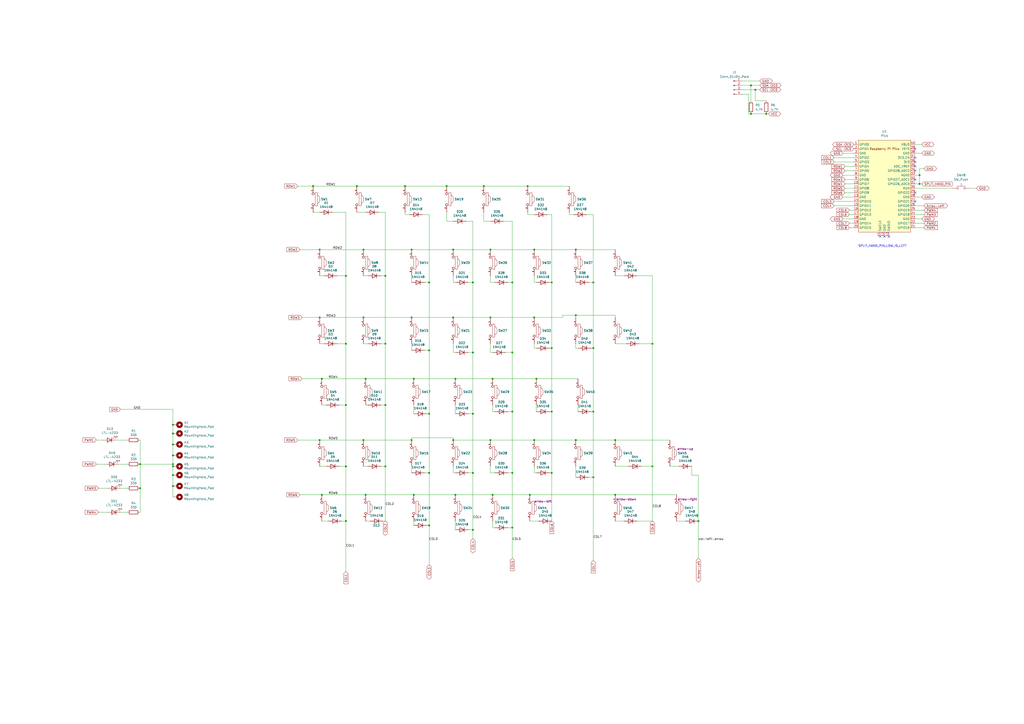
<source format=kicad_sch>
(kicad_sch (version 20211123) (generator eeschema)
  (paper "A2")
  (junction (at 259.08 107.95))
  (junction (at 200.66 302.26))
  (junction (at 238.76 184.15))
  (junction (at 234.95 107.95))
  (junction (at 435.61 66.04))
  (junction (at 248.92 304.8))
  (junction (at 320.04 274.32))
  (junction (at 212.09 287.02))
  (junction (at 240.03 287.02))
  (junction (at 207.01 107.95))
  (junction (at 297.18 306.07))
  (junction (at 200.66 270.51))
  (junction (at 285.75 219.71))
  (junction (at 356.87 287.02))
  (junction (at 248.92 163.83))
  (junction (at 280.67 107.95))
  (junction (at 334.01 182.88))
  (junction (at 248.92 203.2))
  (junction (at 405.13 302.26))
  (junction (at 274.32 163.83))
  (junction (at 223.52 160.02))
  (junction (at 344.17 276.86))
  (junction (at 285.75 287.02))
  (junction (at 223.52 199.39))
  (junction (at 210.82 255.27))
  (junction (at 100.33 275.59))
  (junction (at 284.48 255.27))
  (junction (at 100.33 281.94))
  (junction (at 262.89 255.27))
  (junction (at 262.89 184.15))
  (junction (at 248.92 274.32))
  (junction (at 100.33 251.46))
  (junction (at 320.04 238.76))
  (junction (at 297.18 204.47))
  (junction (at 100.33 270.51))
  (junction (at 264.16 219.71))
  (junction (at 186.69 219.71))
  (junction (at 297.18 238.76))
  (junction (at 435.61 49.53))
  (junction (at 212.09 219.71))
  (junction (at 181.61 107.95))
  (junction (at 438.15 52.07))
  (junction (at 185.42 144.78))
  (junction (at 186.69 287.02))
  (junction (at 200.66 160.02))
  (junction (at 378.46 199.39))
  (junction (at 533.4 106.68))
  (junction (at 210.82 184.15))
  (junction (at 262.89 144.78))
  (junction (at 320.04 163.83))
  (junction (at 309.88 144.78))
  (junction (at 185.42 184.15))
  (junction (at 100.33 269.24))
  (junction (at 306.07 107.95))
  (junction (at 344.17 163.83))
  (junction (at 100.33 257.81))
  (junction (at 334.01 144.78))
  (junction (at 223.52 234.95))
  (junction (at 264.16 287.02))
  (junction (at 444.5 66.04))
  (junction (at 344.17 238.76))
  (junction (at 284.48 144.78))
  (junction (at 185.42 255.27))
  (junction (at 200.66 199.39))
  (junction (at 309.88 184.15))
  (junction (at 274.32 204.47))
  (junction (at 248.92 240.03))
  (junction (at 100.33 246.38))
  (junction (at 210.82 144.78))
  (junction (at 81.28 283.21))
  (junction (at 200.66 234.95))
  (junction (at 533.4 101.6))
  (junction (at 274.32 307.34))
  (junction (at 309.88 255.27))
  (junction (at 238.76 255.27))
  (junction (at 274.32 240.03))
  (junction (at 356.87 255.27))
  (junction (at 238.76 144.78))
  (junction (at 100.33 264.16))
  (junction (at 297.18 274.32))
  (junction (at 344.17 201.93))
  (junction (at 240.03 219.71))
  (junction (at 297.18 163.83))
  (junction (at 284.48 184.15))
  (junction (at 307.34 287.02))
  (junction (at 378.46 270.51))
  (junction (at 81.28 269.24))
  (junction (at 320.04 201.93))
  (junction (at 274.32 274.32))
  (junction (at 223.52 270.51))
  (junction (at 311.15 219.71))
  (junction (at 334.01 255.27))
  (no_connect (at 515.62 137.16))
  (no_connect (at 530.86 93.98))
  (no_connect (at 530.86 86.36))
  (no_connect (at 510.54 137.16))
  (no_connect (at 530.86 91.44))
  (no_connect (at 530.86 111.76))
  (no_connect (at 530.86 99.06))
  (no_connect (at 530.86 116.84))
  (no_connect (at 530.86 104.14))
  (no_connect (at 513.08 137.16))
  (no_connect (at 530.86 96.52))
  (wire (pts (xy 280.67 128.27) (xy 284.48 128.27)))
  (wire (pts (xy 200.66 270.51) (xy 200.66 234.95)))
  (wire (pts (xy 530.86 127) (xy 534.67 127)))
  (wire (pts (xy 434.34 54.61) (xy 434.34 66.04)))
  (wire (pts (xy 285.75 204.47) (xy 284.48 204.47)))
  (wire (pts (xy 334.01 270.51) (xy 334.01 276.86)))
  (wire (pts (xy 238.76 254) (xy 262.89 254)))
  (wire (pts (xy 100.33 257.81) (xy 100.33 251.46)))
  (wire (pts (xy 318.77 163.83) (xy 320.04 163.83)))
  (wire (pts (xy 284.48 163.83) (xy 287.02 163.83)))
  (wire (pts (xy 248.92 163.83) (xy 248.92 124.46)))
  (wire (pts (xy 270.51 128.27) (xy 274.32 128.27)))
  (wire (pts (xy 262.89 144.78) (xy 238.76 144.78)))
  (wire (pts (xy 262.89 270.51) (xy 262.89 274.32)))
  (wire (pts (xy 62.23 283.21) (xy 57.15 283.21)))
  (wire (pts (xy 317.5 124.46) (xy 320.04 124.46)))
  (wire (pts (xy 309.88 274.32) (xy 311.15 274.32)))
  (wire (pts (xy 430.53 46.99) (xy 440.69 46.99)))
  (wire (pts (xy 262.89 199.39) (xy 262.89 204.47)))
  (wire (pts (xy 344.17 325.12) (xy 344.17 276.86)))
  (wire (pts (xy 495.3 99.06) (xy 490.22 99.06)))
  (wire (pts (xy 238.76 184.15) (xy 262.89 184.15)))
  (wire (pts (xy 311.15 219.71) (xy 285.75 219.71)))
  (wire (pts (xy 533.4 97.79) (xy 533.4 101.6)))
  (wire (pts (xy 330.2 124.46) (xy 330.2 123.19)))
  (wire (pts (xy 81.28 255.27) (xy 81.28 269.24)))
  (wire (pts (xy 344.17 276.86) (xy 344.17 238.76)))
  (wire (pts (xy 533.4 101.6) (xy 530.86 101.6)))
  (wire (pts (xy 284.48 204.47) (xy 284.48 199.39)))
  (wire (pts (xy 294.64 274.32) (xy 297.18 274.32)))
  (wire (pts (xy 306.07 124.46) (xy 306.07 123.19)))
  (wire (pts (xy 196.85 234.95) (xy 200.66 234.95)))
  (wire (pts (xy 435.61 49.53) (xy 435.61 58.42)))
  (wire (pts (xy 292.1 128.27) (xy 297.18 128.27)))
  (wire (pts (xy 369.57 160.02) (xy 378.46 160.02)))
  (wire (pts (xy 438.15 52.07) (xy 440.69 52.07)))
  (wire (pts (xy 320.04 274.32) (xy 320.04 302.26)))
  (wire (pts (xy 306.07 107.95) (xy 280.67 107.95)))
  (wire (pts (xy 438.15 52.07) (xy 438.15 58.42)))
  (wire (pts (xy 320.04 201.93) (xy 320.04 238.76)))
  (wire (pts (xy 488.95 114.3) (xy 495.3 114.3)))
  (wire (pts (xy 262.89 204.47) (xy 264.16 204.47)))
  (wire (pts (xy 483.87 116.84) (xy 495.3 116.84)))
  (wire (pts (xy 59.69 255.27) (xy 55.88 255.27)))
  (wire (pts (xy 364.49 270.51) (xy 356.87 270.51)))
  (wire (pts (xy 212.09 287.02) (xy 240.03 287.02)))
  (wire (pts (xy 334.01 144.78) (xy 309.88 144.78)))
  (wire (pts (xy 401.32 275.59) (xy 401.32 270.51)))
  (wire (pts (xy 533.4 101.6) (xy 533.4 106.68)))
  (wire (pts (xy 430.53 49.53) (xy 435.61 49.53)))
  (wire (pts (xy 297.18 163.83) (xy 297.18 128.27)))
  (wire (pts (xy 490.22 104.14) (xy 495.3 104.14)))
  (wire (pts (xy 185.42 184.15) (xy 210.82 184.15)))
  (wire (pts (xy 271.78 274.32) (xy 274.32 274.32)))
  (wire (pts (xy 193.04 123.19) (xy 200.66 123.19)))
  (wire (pts (xy 280.67 107.95) (xy 259.08 107.95)))
  (wire (pts (xy 210.82 144.78) (xy 185.42 144.78)))
  (wire (pts (xy 200.66 234.95) (xy 200.66 199.39)))
  (wire (pts (xy 318.77 274.32) (xy 320.04 274.32)))
  (wire (pts (xy 284.48 144.78) (xy 262.89 144.78)))
  (wire (pts (xy 309.88 255.27) (xy 334.01 255.27)))
  (wire (pts (xy 311.15 201.93) (xy 309.88 201.93)))
  (wire (pts (xy 262.89 184.15) (xy 284.48 184.15)))
  (wire (pts (xy 264.16 307.34) (xy 264.16 302.26)))
  (wire (pts (xy 200.66 160.02) (xy 200.66 123.19)))
  (wire (pts (xy 334.01 255.27) (xy 356.87 255.27)))
  (wire (pts (xy 435.61 49.53) (xy 440.69 49.53)))
  (wire (pts (xy 435.61 66.04) (xy 444.5 66.04)))
  (wire (pts (xy 488.95 127) (xy 495.3 127)))
  (wire (pts (xy 444.5 66.04) (xy 445.77 66.04)))
  (wire (pts (xy 62.23 297.18) (xy 57.15 297.18)))
  (wire (pts (xy 247.65 240.03) (xy 248.92 240.03)))
  (wire (pts (xy 297.18 323.85) (xy 297.18 306.07)))
  (wire (pts (xy 340.36 124.46) (xy 344.17 124.46)))
  (wire (pts (xy 307.34 287.02) (xy 285.75 287.02)))
  (wire (pts (xy 81.28 269.24) (xy 81.28 283.21)))
  (wire (pts (xy 363.22 199.39) (xy 356.87 199.39)))
  (wire (pts (xy 530.86 114.3) (xy 534.67 114.3)))
  (wire (pts (xy 318.77 201.93) (xy 320.04 201.93)))
  (wire (pts (xy 274.32 274.32) (xy 274.32 307.34)))
  (wire (pts (xy 200.66 302.26) (xy 200.66 270.51)))
  (wire (pts (xy 285.75 238.76) (xy 287.02 238.76)))
  (wire (pts (xy 311.15 163.83) (xy 309.88 163.83)))
  (wire (pts (xy 223.52 234.95) (xy 223.52 270.51)))
  (wire (pts (xy 344.17 238.76) (xy 344.17 201.93)))
  (wire (pts (xy 240.03 287.02) (xy 264.16 287.02)))
  (wire (pts (xy 330.2 107.95) (xy 306.07 107.95)))
  (wire (pts (xy 200.66 199.39) (xy 200.66 160.02)))
  (wire (pts (xy 185.42 123.19) (xy 181.61 123.19)))
  (wire (pts (xy 73.66 283.21) (xy 69.85 283.21)))
  (wire (pts (xy 284.48 184.15) (xy 309.88 184.15)))
  (wire (pts (xy 334.01 182.88) (xy 334.01 184.15)))
  (wire (pts (xy 81.28 283.21) (xy 81.28 297.18)))
  (wire (pts (xy 186.69 287.02) (xy 212.09 287.02)))
  (wire (pts (xy 361.95 302.26) (xy 356.87 302.26)))
  (wire (pts (xy 247.65 304.8) (xy 248.92 304.8)))
  (wire (pts (xy 285.75 234.95) (xy 285.75 238.76)))
  (wire (pts (xy 344.17 201.93) (xy 344.17 163.83)))
  (wire (pts (xy 284.48 274.32) (xy 284.48 270.51)))
  (wire (pts (xy 172.72 255.27) (xy 185.42 255.27)))
  (wire (pts (xy 100.33 251.46) (xy 100.33 246.38)))
  (wire (pts (xy 248.92 203.2) (xy 248.92 163.83)))
  (wire (pts (xy 189.23 270.51) (xy 185.42 270.51)))
  (wire (pts (xy 195.58 160.02) (xy 200.66 160.02)))
  (wire (pts (xy 100.33 281.94) (xy 100.33 275.59)))
  (wire (pts (xy 207.01 107.95) (xy 234.95 107.95)))
  (wire (pts (xy 356.87 182.88) (xy 356.87 184.15)))
  (wire (pts (xy 213.36 234.95) (xy 212.09 234.95)))
  (wire (pts (xy 100.33 246.38) (xy 100.33 237.49)))
  (wire (pts (xy 341.63 276.86) (xy 344.17 276.86)))
  (wire (pts (xy 495.3 121.92) (xy 492.76 121.92)))
  (wire (pts (xy 405.13 275.59) (xy 405.13 302.26)))
  (wire (pts (xy 248.92 327.66) (xy 248.92 304.8)))
  (wire (pts (xy 361.95 160.02) (xy 356.87 160.02)))
  (wire (pts (xy 264.16 287.02) (xy 285.75 287.02)))
  (wire (pts (xy 530.86 109.22) (xy 552.45 109.22)))
  (wire (pts (xy 246.38 163.83) (xy 248.92 163.83)))
  (wire (pts (xy 240.03 234.95) (xy 240.03 240.03)))
  (wire (pts (xy 248.92 274.32) (xy 248.92 240.03)))
  (wire (pts (xy 287.02 274.32) (xy 284.48 274.32)))
  (wire (pts (xy 223.52 123.19) (xy 223.52 160.02)))
  (wire (pts (xy 309.88 163.83) (xy 309.88 160.02)))
  (wire (pts (xy 246.38 274.32) (xy 248.92 274.32)))
  (wire (pts (xy 483.87 119.38) (xy 495.3 119.38)))
  (wire (pts (xy 393.7 270.51) (xy 388.62 270.51)))
  (wire (pts (xy 495.3 124.46) (xy 492.76 124.46)))
  (wire (pts (xy 213.36 160.02) (xy 210.82 160.02)))
  (wire (pts (xy 312.42 302.26) (xy 307.34 302.26)))
  (wire (pts (xy 334.01 160.02) (xy 334.01 163.83)))
  (wire (pts (xy 274.32 312.42) (xy 274.32 307.34)))
  (wire (pts (xy 181.61 107.95) (xy 172.72 107.95)))
  (wire (pts (xy 309.88 270.51) (xy 309.88 274.32)))
  (wire (pts (xy 566.42 109.22) (xy 562.61 109.22)))
  (wire (pts (xy 185.42 184.15) (xy 175.26 184.15)))
  (wire (pts (xy 294.64 238.76) (xy 297.18 238.76)))
  (wire (pts (xy 240.03 302.26) (xy 240.03 304.8)))
  (wire (pts (xy 294.64 306.07) (xy 297.18 306.07)))
  (wire (pts (xy 264.16 219.71) (xy 240.03 219.71)))
  (wire (pts (xy 274.32 204.47) (xy 274.32 240.03)))
  (wire (pts (xy 100.33 270.51) (xy 100.33 269.24)))
  (wire (pts (xy 100.33 269.24) (xy 100.33 264.16)))
  (wire (pts (xy 356.87 255.27) (xy 388.62 255.27)))
  (wire (pts (xy 189.23 234.95) (xy 186.69 234.95)))
  (wire (pts (xy 69.85 237.49) (xy 100.33 237.49)))
  (wire (pts (xy 212.09 219.71) (xy 186.69 219.71)))
  (wire (pts (xy 297.18 274.32) (xy 297.18 238.76)))
  (wire (pts (xy 335.28 201.93) (xy 334.01 201.93)))
  (wire (pts (xy 262.89 128.27) (xy 259.08 128.27)))
  (wire (pts (xy 55.88 269.24) (xy 60.96 269.24)))
  (wire (pts (xy 285.75 219.71) (xy 264.16 219.71)))
  (wire (pts (xy 274.32 163.83) (xy 274.32 204.47)))
  (wire (pts (xy 490.22 96.52) (xy 495.3 96.52)))
  (wire (pts (xy 309.88 124.46) (xy 306.07 124.46)))
  (wire (pts (xy 490.22 111.76) (xy 495.3 111.76)))
  (wire (pts (xy 320.04 124.46) (xy 320.04 163.83)))
  (wire (pts (xy 219.71 123.19) (xy 223.52 123.19)))
  (wire (pts (xy 223.52 160.02) (xy 223.52 199.39)))
  (wire (pts (xy 488.95 88.9) (xy 495.3 88.9)))
  (wire (pts (xy 434.34 66.04) (xy 435.61 66.04)))
  (wire (pts (xy 187.96 160.02) (xy 185.42 160.02)))
  (wire (pts (xy 369.57 302.26) (xy 378.46 302.26)))
  (wire (pts (xy 342.9 201.93) (xy 344.17 201.93)))
  (wire (pts (xy 332.74 124.46) (xy 330.2 124.46)))
  (wire (pts (xy 530.86 121.92) (xy 535.94 121.92)))
  (wire (pts (xy 530.86 106.68) (xy 533.4 106.68)))
  (wire (pts (xy 341.63 163.83) (xy 344.17 163.83)))
  (wire (pts (xy 335.28 234.95) (xy 335.28 238.76)))
  (wire (pts (xy 245.11 124.46) (xy 248.92 124.46)))
  (wire (pts (xy 444.5 58.42) (xy 438.15 58.42)))
  (wire (pts (xy 370.84 199.39) (xy 378.46 199.39)))
  (wire (pts (xy 271.78 163.83) (xy 274.32 163.83)))
  (wire (pts (xy 534.67 88.9) (xy 530.86 88.9)))
  (wire (pts (xy 196.85 270.51) (xy 200.66 270.51)))
  (wire (pts (xy 535.94 124.46) (xy 530.86 124.46)))
  (wire (pts (xy 271.78 204.47) (xy 274.32 204.47)))
  (wire (pts (xy 248.92 304.8) (xy 248.92 274.32)))
  (wire (pts (xy 297.18 306.07) (xy 297.18 274.32)))
  (wire (pts (xy 187.96 199.39) (xy 185.42 199.39)))
  (wire (pts (xy 284.48 255.27) (xy 309.88 255.27)))
  (wire (pts (xy 195.58 199.39) (xy 200.66 199.39)))
  (wire (pts (xy 342.9 238.76) (xy 344.17 238.76)))
  (wire (pts (xy 356.87 287.02) (xy 392.43 287.02)))
  (wire (pts (xy 81.28 269.24) (xy 100.33 269.24)))
  (wire (pts (xy 488.95 101.6) (xy 495.3 101.6)))
  (wire (pts (xy 293.37 204.47) (xy 297.18 204.47)))
  (wire (pts (xy 320.04 238.76) (xy 320.04 274.32)))
  (wire (pts (xy 185.42 255.27) (xy 210.82 255.27)))
  (wire (pts (xy 274.32 240.03) (xy 274.32 274.32)))
  (wire (pts (xy 213.36 199.39) (xy 210.82 199.39)))
  (wire (pts (xy 356.87 144.78) (xy 334.01 144.78)))
  (wire (pts (xy 495.3 129.54) (xy 492.76 129.54)))
  (wire (pts (xy 259.08 107.95) (xy 234.95 107.95)))
  (wire (pts (xy 264.16 163.83) (xy 262.89 163.83)))
  (wire (pts (xy 262.89 255.27) (xy 284.48 255.27)))
  (wire (pts (xy 309.88 201.93) (xy 309.88 199.39)))
  (wire (pts (xy 238.76 160.02) (xy 238.76 163.83)))
  (wire (pts (xy 262.89 254) (xy 262.89 255.27)))
  (wire (pts (xy 530.86 83.82) (xy 534.67 83.82)))
  (wire (pts (xy 378.46 199.39) (xy 378.46 270.51)))
  (wire (pts (xy 378.46 160.02) (xy 378.46 199.39)))
  (wire (pts (xy 285.75 302.26) (xy 285.75 306.07)))
  (wire (pts (xy 430.53 52.07) (xy 438.15 52.07)))
  (wire (pts (xy 334.01 201.93) (xy 334.01 199.39)))
  (wire (pts (xy 533.4 106.68) (xy 534.67 106.68)))
  (wire (pts (xy 240.03 219.71) (xy 212.09 219.71)))
  (wire (pts (xy 401.32 275.59) (xy 405.13 275.59)))
  (wire (pts (xy 397.51 302.26) (xy 392.43 302.26)))
  (wire (pts (xy 185.42 144.78) (xy 173.99 144.78)))
  (wire (pts (xy 200.66 302.26) (xy 200.66 331.47)))
  (wire (pts (xy 220.98 234.95) (xy 223.52 234.95)))
  (wire (pts (xy 100.33 288.29) (xy 100.33 281.94)))
  (wire (pts (xy 220.98 160.02) (xy 223.52 160.02)))
  (wire (pts (xy 311.15 234.95) (xy 311.15 238.76)))
  (wire (pts (xy 198.12 302.26) (xy 200.66 302.26)))
  (wire (pts (xy 238.76 270.51) (xy 238.76 274.32)))
  (wire (pts (xy 490.22 109.22) (xy 495.3 109.22)))
  (wire (pts (xy 223.52 270.51) (xy 223.52 302.26)))
  (wire (pts (xy 372.11 270.51) (xy 378.46 270.51)))
  (wire (pts (xy 234.95 124.46) (xy 237.49 124.46)))
  (wire (pts (xy 530.86 119.38) (xy 535.94 119.38)))
  (wire (pts (xy 405.13 302.26) (xy 405.13 323.85)))
  (wire (pts (xy 210.82 184.15) (xy 238.76 184.15)))
  (wire (pts (xy 212.09 123.19) (xy 207.01 123.19)))
  (wire (pts (xy 210.82 255.27) (xy 238.76 255.27)))
  (wire (pts (xy 274.32 128.27) (xy 274.32 163.83)))
  (wire (pts (xy 262.89 274.32) (xy 264.16 274.32)))
  (wire (pts (xy 186.69 287.02) (xy 173.99 287.02)))
  (wire (pts (xy 280.67 123.19) (xy 280.67 128.27)))
  (wire (pts (xy 246.38 203.2) (xy 248.92 203.2)))
  (wire (pts (xy 68.58 269.24) (xy 73.66 269.24)))
  (wire (pts (xy 294.64 163.83) (xy 297.18 163.83)))
  (wire (pts (xy 73.66 297.18) (xy 69.85 297.18)))
  (wire (pts (xy 264.16 234.95) (xy 264.16 240.03)))
  (wire (pts (xy 223.52 199.39) (xy 223.52 234.95)))
  (wire (pts (xy 535.94 97.79) (xy 533.4 97.79)))
  (wire (pts (xy 430.53 54.61) (xy 434.34 54.61)))
  (wire (pts (xy 297.18 238.76) (xy 297.18 204.47)))
  (wire (pts (xy 344.17 163.83) (xy 344.17 124.46)))
  (wire (pts (xy 181.61 107.95) (xy 207.01 107.95)))
  (wire (pts (xy 495.3 132.08) (xy 492.76 132.08)))
  (wire (pts (xy 73.66 255.27) (xy 67.31 255.27)))
  (wire (pts (xy 271.78 240.03) (xy 274.32 240.03)))
  (wire (pts (xy 210.82 270.51) (xy 213.36 270.51)))
  (wire (pts (xy 220.98 270.51) (xy 223.52 270.51)))
  (wire (pts (xy 309.88 144.78) (xy 284.48 144.78)))
  (wire (pts (xy 238.76 199.39) (xy 238.76 203.2)))
  (wire (pts (xy 259.08 128.27) (xy 259.08 123.19)))
  (wire (pts (xy 220.98 199.39) (xy 223.52 199.39)))
  (wire (pts (xy 274.32 307.34) (xy 271.78 307.34)))
  (wire (pts (xy 285.75 306.07) (xy 287.02 306.07)))
  (wire (pts (xy 334.01 182.88) (xy 356.87 182.88)))
  (wire (pts (xy 100.33 264.16) (xy 100.33 257.81)))
  (wire (pts (xy 248.92 240.03) (xy 248.92 203.2)))
  (wire (pts (xy 262.89 163.83) (xy 262.89 160.02)))
  (wire (pts (xy 284.48 160.02) (xy 284.48 163.83)))
  (wire (pts (xy 326.39 182.88) (xy 334.01 182.88)))
  (wire (pts (xy 378.46 270.51) (xy 378.46 302.26)))
  (wire (pts (xy 214.63 302.26) (xy 212.09 302.26)))
  (wire (pts (xy 535.94 129.54) (xy 530.86 129.54)))
  (wire (pts (xy 100.33 275.59) (xy 100.33 270.51)))
  (wire (pts (xy 318.77 238.76) (xy 320.04 238.76)))
  (wire (pts (xy 307.34 287.02) (xy 356.87 287.02)))
  (wire (pts (xy 483.87 93.98) (xy 495.3 93.98)))
  (wire (pts (xy 186.69 302.26) (xy 190.5 302.26)))
  (wire (pts (xy 238.76 255.27) (xy 238.76 254)))
  (wire (pts (xy 490.22 106.68) (xy 495.3 106.68)))
  (wire (pts (xy 186.69 219.71) (xy 175.26 219.71)))
  (wire (pts (xy 222.25 302.26) (xy 223.52 302.26)))
  (wire (pts (xy 320.04 163.83) (xy 320.04 201.93)))
  (wire (pts (xy 238.76 144.78) (xy 210.82 144.78)))
  (wire (pts (xy 495.3 91.44) (xy 483.87 91.44)))
  (wire (pts (xy 326.39 184.15) (xy 326.39 182.88)))
  (wire (pts (xy 297.18 204.47) (xy 297.18 163.83)))
  (wire (pts (xy 530.86 132.08) (xy 535.94 132.08)))
  (wire (pts (xy 335.28 219.71) (xy 311.15 219.71)))
  (wire (pts (xy 234.95 123.19) (xy 234.95 124.46)))
  (wire (pts (xy 309.88 184.15) (xy 326.39 184.15)))
  (text "SPLIT_HAND_PIN_LOW_IS_LEFT" (at 497.84 143.51 0) (effects (font (size 1.27 1.27)) (justify left bottom)))
  (label "ROW6" (at 190.5 287.02 0))
  (label "COL8" (at 378.46 294.64 0))
  (label "ROW4" (at 190.5 219.71 0))
  (label "ROW2" (at 193.04 144.78 0))
  (label "ROW1" (at 189.23 107.95 0))
  (label "COL4" (at 274.32 300.99 0))
  (label "COL3" (at 248.92 313.69 0))
  (label "ROW3" (at 189.23 184.15 0))
  (label "col-left-arrow" (at 405.13 313.69 0))
  (label "GND" (at 77.47 237.49 0))
  (label "COL7" (at 344.17 312.42 0))
  (label "COL5" (at 297.18 313.69 0))
  (label "COL1" (at 200.66 317.5 0))
  (label "ROW5" (at 190.5 255.27 0))
  (label "COL2" (at 223.52 293.37 0))
  (global_label "ROW1" (shape input) (at 490.22 96.52 180) (property "Intersheet References" "${INTERSHEET_REFS}" (effects hide)))
  (global_label "ROW5" (shape input) (at 172.72 255.27 180) (property "Intersheet References" "${INTERSHEET_REFS}" (effects hide)))
  (global_label "PWM3" (shape input) (at 57.15 283.21 180) (property "Intersheet References" "${INTERSHEET_REFS}" (effects hide)))
  (global_label "VCC" (shape bidirectional) (at 534.67 83.82 0) (property "Intersheet References" "${INTERSHEET_REFS}" (effects hide)))
  (global_label "ROW4" (shape input) (at 175.26 219.71 180) (property "Intersheet References" "${INTERSHEET_REFS}" (effects hide)))
  (global_label "COL6" (shape input) (at 320.04 302.26 270) (property "Intersheet References" "${INTERSHEET_REFS}" (effects hide)))
  (global_label "COL5" (shape input) (at 297.18 323.85 270) (property "Intersheet References" "${INTERSHEET_REFS}" (effects hide)))
  (global_label "GND" (shape bidirectional) (at 488.95 88.9 180) (property "Intersheet References" "${INTERSHEET_REFS}" (effects hide)))
  (global_label "ROW6" (shape input) (at 490.22 111.76 180) (property "Intersheet References" "${INTERSHEET_REFS}" (effects hide)))
  (global_label "COL3" (shape bidirectional) (at 248.92 327.66 270) (property "Intersheet References" "${INTERSHEET_REFS}" (effects hide)))
  (global_label "GND" (shape bidirectional) (at 534.67 88.9 0) (property "Intersheet References" "${INTERSHEET_REFS}" (effects hide)))
  (global_label "SCL I2C0" (shape bidirectional) (at 495.3 86.36 180) (property "Intersheet References" "${INTERSHEET_REFS}" (effects hide)))
  (global_label "Arrow-Left" (shape bidirectional) (at 405.13 323.85 270) (property "Intersheet References" "${INTERSHEET_REFS}" (effects hide)))
  (global_label "COL2" (shape bidirectional) (at 223.52 302.26 270) (property "Intersheet References" "${INTERSHEET_REFS}" (effects hide)))
  (global_label "PWM2" (shape input) (at 535.94 129.54 0) (property "Intersheet References" "${INTERSHEET_REFS}" (effects hide)))
  (global_label "GND" (shape bidirectional) (at 535.94 97.79 0) (property "Intersheet References" "${INTERSHEET_REFS}" (effects hide)))
  (global_label "COL1" (shape input) (at 200.66 331.47 270) (property "Intersheet References" "${INTERSHEET_REFS}" (effects hide)))
  (global_label "COL3" (shape input) (at 483.87 116.84 180) (property "Intersheet References" "${INTERSHEET_REFS}" (effects hide)))
  (global_label "ROW3" (shape input) (at 490.22 104.14 180) (property "Intersheet References" "${INTERSHEET_REFS}" (effects hide)))
  (global_label "COL1" (shape input) (at 483.87 91.44 180) (property "Intersheet References" "${INTERSHEET_REFS}" (effects hide)))
  (global_label "Arrow-Left" (shape bidirectional) (at 535.94 119.38 0) (property "Intersheet References" "${INTERSHEET_REFS}" (effects hide)))
  (global_label "COL5" (shape input) (at 492.76 121.92 180) (property "Intersheet References" "${INTERSHEET_REFS}" (effects hide)))
  (global_label "PWM1" (shape input) (at 535.94 132.08 0) (property "Intersheet References" "${INTERSHEET_REFS}" (effects hide)))
  (global_label "GND" (shape bidirectional) (at 440.69 46.99 0) (property "Intersheet References" "${INTERSHEET_REFS}" (effects hide)))
  (global_label "SCL I2C0" (shape bidirectional) (at 440.69 52.07 0) (property "Intersheet References" "${INTERSHEET_REFS}" (effects hide)))
  (global_label "SDA I2C0" (shape bidirectional) (at 440.69 49.53 0) (property "Intersheet References" "${INTERSHEET_REFS}" (effects hide)))
  (global_label "SDA I2C0" (shape bidirectional) (at 495.3 83.82 180) (property "Intersheet References" "${INTERSHEET_REFS}" (effects hide)))
  (global_label "COL2" (shape input) (at 483.87 93.98 180) (property "Intersheet References" "${INTERSHEET_REFS}" (effects hide)))
  (global_label "GND" (shape bidirectional) (at 534.67 114.3 0) (property "Intersheet References" "${INTERSHEET_REFS}" (effects hide)))
  (global_label "COL7" (shape input) (at 492.76 129.54 180) (property "Intersheet References" "${INTERSHEET_REFS}" (effects hide)))
  (global_label "COL8" (shape input) (at 378.46 302.26 270) (property "Intersheet References" "${INTERSHEET_REFS}" (effects hide)))
  (global_label "GND" (shape input) (at 69.85 237.49 180) (property "Intersheet References" "${INTERSHEET_REFS}" (effects hide)))
  (global_label "ROW3" (shape input) (at 175.26 184.15 180) (property "Intersheet References" "${INTERSHEET_REFS}" (effects hide)))
  (global_label "PWM1" (shape input) (at 55.88 255.27 180) (property "Intersheet References" "${INTERSHEET_REFS}" (effects hide)))
  (global_label "ROW4" (shape input) (at 490.22 106.68 180) (property "Intersheet References" "${INTERSHEET_REFS}" (effects hide)))
  (global_label "GND" (shape bidirectional) (at 488.95 114.3 180) (property "Intersheet References" "${INTERSHEET_REFS}" (effects hide)))
  (global_label "ROW2" (shape input) (at 173.99 144.78 180) (property "Intersheet References" "${INTERSHEET_REFS}" (effects hide)))
  (global_label "SPLIT_HAND_PIN" (shape input) (at 534.67 106.68 0) (property "Intersheet References" "${INTERSHEET_REFS}" (effects hide)))
  (global_label "GND" (shape bidirectional) (at 488.95 127 180) (property "Intersheet References" "${INTERSHEET_REFS}" (effects hide)))
  (global_label "GND" (shape bidirectional) (at 566.42 109.22 0) (property "Intersheet References" "${INTERSHEET_REFS}" (effects hide)))
  (global_label "PWM2" (shape input) (at 55.88 269.24 180) (property "Intersheet References" "${INTERSHEET_REFS}" (effects hide)))
  (global_label "COL8" (shape input) (at 492.76 132.08 180) (property "Intersheet References" "${INTERSHEET_REFS}" (effects hide)))
  (global_label "VCC" (shape bidirectional) (at 445.77 66.04 0) (property "Intersheet References" "${INTERSHEET_REFS}" (effects hide)))
  (global_label "COL4" (shape input) (at 483.87 119.38 180) (property "Intersheet References" "${INTERSHEET_REFS}" (effects hide)))
  (global_label "COL6" (shape input) (at 492.76 124.46 180) (property "Intersheet References" "${INTERSHEET_REFS}" (effects hide)))
  (global_label "ROW5" (shape input) (at 490.22 109.22 180) (property "Intersheet References" "${INTERSHEET_REFS}" (effects hide)))
  (global_label "COL7" (shape input) (at 344.17 325.12 270) (property "Intersheet References" "${INTERSHEET_REFS}" (effects hide)))
  (global_label "PWM4" (shape input) (at 57.15 297.18 180) (property "Intersheet References" "${INTERSHEET_REFS}" (effects hide)))
  (global_label "GND" (shape bidirectional) (at 534.67 127 0) (property "Intersheet References" "${INTERSHEET_REFS}" (effects hide)))
  (global_label "ROW2" (shape input) (at 490.22 99.06 180) (property "Intersheet References" "${INTERSHEET_REFS}" (effects hide)))
  (global_label "ROW1" (shape input) (at 172.72 107.95 180) (property "Intersheet References" "${INTERSHEET_REFS}" (effects hide)))
  (global_label "GND" (shape bidirectional) (at 488.95 101.6 180) (property "Intersheet References" "${INTERSHEET_REFS}" (effects hide)))
  (global_label "COL4" (shape bidirectional) (at 274.32 312.42 270) (property "Intersheet References" "${INTERSHEET_REFS}" (effects hide)))
  (global_label "PWM3" (shape input) (at 535.94 124.46 0) (property "Intersheet References" "${INTERSHEET_REFS}" (effects hide)))
  (global_label "PWM4" (shape input) (at 535.94 121.92 0) (property "Intersheet References" "${INTERSHEET_REFS}" (effects hide)))
  (global_label "ROW6" (shape input) (at 173.99 287.02 180) (property "Intersheet References" "${INTERSHEET_REFS}" (effects hide)))
  (symbol (lib_id "pcb-flat-left-rescue:MX-NO-LED-keyboard2-pcb-flat-right-rescue") (at 185.42 191.77 270) (unit 1)
    (property "Reference" "SW3" (at 189.9412 191.77 90) (effects (justify left)))
    (property "Value" "MX-NO-LED" (effects hide))
    (property "Footprint" "Button_Switch_Keyboard:SW_Cherry_MX_1.50u_PCB" (effects hide))
  )
  (symbol (lib_id "pcb-flat-left-rescue:MX-NO-LED-keyboard2-pcb-flat-right-rescue") (at 210.82 191.77 270) (unit 1)
    (property "Reference" "SW9" (at 215.3412 191.77 90) (effects (justify left)))
    (property "Value" "MX-NO-LED" (effects hide))
    (property "Footprint" "Button_Switch_Keyboard:SW_Cherry_MX_1.00u_PCB" (effects hide))
  )
  (symbol (lib_id "pcb-flat-left-rescue:MX-NO-LED-keyboard2-pcb-flat-right-rescue") (at 238.76 191.77 270) (unit 1)
    (property "Reference" "SW15" (at 243.2812 191.77 90) (effects (justify left)))
    (property "Value" "MX-NO-LED" (effects hide))
    (property "Footprint" "Button_Switch_Keyboard:SW_Cherry_MX_1.00u_PCB" (effects hide))
  )
  (symbol (lib_id "pcb-flat-left-rescue:MX-NO-LED-keyboard2-pcb-flat-right-rescue") (at 262.89 191.77 270) (unit 1)
    (property "Reference" "SW21" (at 267.4112 191.77 90) (effects (justify left)))
    (property "Value" "MX-NO-LED" (effects hide))
    (property "Footprint" "Button_Switch_Keyboard:SW_Cherry_MX_1.00u_PCB" (effects hide))
  )
  (symbol (lib_id "pcb-flat-left-rescue:MX-NO-LED-keyboard2-pcb-flat-right-rescue") (at 284.48 191.77 270) (unit 1)
    (property "Reference" "SW27" (at 289.0012 191.77 90) (effects (justify left)))
    (property "Value" "MX-NO-LED" (effects hide))
    (property "Footprint" "Button_Switch_Keyboard:SW_Cherry_MX_1.00u_PCB" (effects hide))
  )
  (symbol (lib_id "pcb-flat-left-rescue:MX-NO-LED-keyboard2-pcb-flat-right-rescue") (at 309.88 191.77 270) (unit 1)
    (property "Reference" "SW33" (at 314.4012 191.77 90) (effects (justify left)))
    (property "Value" "MX-NO-LED" (effects hide))
    (property "Footprint" "Button_Switch_Keyboard:SW_Cherry_MX_1.00u_PCB" (effects hide))
  )
  (symbol (lib_id "pcb-flat-left-rescue:MX-NO-LED-keyboard2-pcb-flat-right-rescue") (at 334.01 191.77 270) (unit 1)
    (property "Reference" "SW38" (at 338.5312 191.77 90) (effects (justify left)))
    (property "Value" "MX-NO-LED" (effects hide))
    (property "Footprint" "Button_Switch_Keyboard:SW_Cherry_MX_1.00u_PCB" (effects hide))
  )
  (symbol (lib_id "pcb-flat-left-rescue:MX-NO-LED-keyboard2-pcb-flat-right-rescue") (at 356.87 191.77 270) (unit 1)
    (property "Reference" "SW42" (at 361.3912 191.77 90) (effects (justify left)))
    (property "Value" "MX-NO-LED" (effects hide))
    (property "Footprint" "Button_Switch_Keyboard:SW_Cherry_MX_1.50u_PCB" (effects hide))
  )
  (symbol (lib_id "pcb-flat-left-rescue:MX-NO-LED-keyboard2-pcb-flat-right-rescue") (at 186.69 227.33 270) (unit 1)
    (property "Reference" "SW5" (at 191.2112 227.33 90) (effects (justify left)))
    (property "Value" "MX-NO-LED" (effects hide))
    (property "Footprint" "Button_Switch_Keyboard:SW_Cherry_MX_1.50u_PCB" (effects hide))
  )
  (symbol (lib_id "pcb-flat-left-rescue:MX-NO-LED-keyboard2-pcb-flat-right-rescue") (at 212.09 227.33 270) (unit 1)
    (property "Reference" "SW11" (at 216.6112 227.33 90) (effects (justify left)))
    (property "Value" "MX-NO-LED" (effects hide))
    (property "Footprint" "Button_Switch_Keyboard:SW_Cherry_MX_1.00u_PCB" (effects hide))
  )
  (symbol (lib_id "pcb-flat-left-rescue:MX-NO-LED-keyboard2-pcb-flat-right-rescue") (at 240.03 227.33 270) (unit 1)
    (property "Reference" "SW17" (at 244.5512 227.33 90) (effects (justify left)))
    (property "Value" "MX-NO-LED" (effects hide))
    (property "Footprint" "Button_Switch_Keyboard:SW_Cherry_MX_1.00u_PCB" (effects hide))
  )
  (symbol (lib_id "pcb-flat-left-rescue:MX-NO-LED-keyboard2-pcb-flat-right-rescue") (at 264.16 227.33 270) (unit 1)
    (property "Reference" "SW23" (at 268.6812 227.33 90) (effects (justify left)))
    (property "Value" "MX-NO-LED" (effects hide))
    (property "Footprint" "Button_Switch_Keyboard:SW_Cherry_MX_1.00u_PCB" (effects hide))
  )
  (symbol (lib_id "pcb-flat-left-rescue:MX-NO-LED-keyboard2-pcb-flat-right-rescue") (at 285.75 227.33 270) (unit 1)
    (property "Reference" "SW29" (at 290.2712 227.33 90) (effects (justify left)))
    (property "Value" "MX-NO-LED" (effects hide))
    (property "Footprint" "Button_Switch_Keyboard:SW_Cherry_MX_1.00u_PCB" (effects hide))
  )
  (symbol (lib_id "pcb-flat-left-rescue:MX-NO-LED-keyboard2-pcb-flat-right-rescue") (at 311.15 227.33 270) (unit 1)
    (property "Reference" "SW35" (at 315.6712 227.33 90) (effects (justify left)))
    (property "Value" "MX-NO-LED" (effects hide))
    (property "Footprint" "Button_Switch_Keyboard:SW_Cherry_MX_1.00u_PCB" (effects hide))
  )
  (symbol (lib_id "pcb-flat-left-rescue:MX-NO-LED-keyboard2-pcb-flat-right-rescue") (at 335.28 227.33 270) (unit 1)
    (property "Reference" "SW40" (at 339.8012 227.33 90) (effects (justify left)))
    (property "Value" "MX-NO-LED" (effects hide))
    (property "Footprint" "Button_Switch_Keyboard:SW_Cherry_MX_1.00u_PCB" (effects hide))
  )
  (symbol (lib_id "pcb-flat-left-rescue:MX-NO-LED-keyboard2-pcb-flat-right-rescue") (at 185.42 262.89 270) (unit 1)
    (property "Reference" "SW4" (at 189.9412 262.89 90) (effects (justify left)))
    (property "Value" "MX-NO-LED" (effects hide))
    (property "Footprint" "Button_Switch_Keyboard:SW_Cherry_MX_1.50u_PCB" (effects hide))
  )
  (symbol (lib_id "pcb-flat-left-rescue:MX-NO-LED-keyboard2-pcb-flat-right-rescue") (at 210.82 262.89 270) (unit 1)
    (property "Reference" "SW10" (at 215.3412 262.89 90) (effects (justify left)))
    (property "Value" "MX-NO-LED" (effects hide))
    (property "Footprint" "Button_Switch_Keyboard:SW_Cherry_MX_1.00u_PCB" (effects hide))
  )
  (symbol (lib_id "pcb-flat-left-rescue:MX-NO-LED-keyboard2-pcb-flat-right-rescue") (at 238.76 262.89 270) (unit 1)
    (property "Reference" "SW16" (at 243.2812 262.89 90) (effects (justify left)))
    (property "Value" "MX-NO-LED" (effects hide))
    (property "Footprint" "Button_Switch_Keyboard:SW_Cherry_MX_1.00u_PCB" (effects hide))
  )
  (symbol (lib_id "pcb-flat-left-rescue:MX-NO-LED-keyboard2-pcb-flat-right-rescue") (at 262.89 262.89 270) (unit 1)
    (property "Reference" "SW22" (at 267.4112 262.89 90) (effects (justify left)))
    (property "Value" "MX-NO-LED" (effects hide))
    (property "Footprint" "Button_Switch_Keyboard:SW_Cherry_MX_1.00u_PCB" (effects hide))
  )
  (symbol (lib_id "pcb-flat-left-rescue:MX-NO-LED-keyboard2-pcb-flat-right-rescue") (at 284.48 262.89 270) (unit 1)
    (property "Reference" "SW28" (at 289.0012 262.89 90) (effects (justify left)))
    (property "Value" "MX-NO-LED" (effects hide))
    (property "Footprint" "Button_Switch_Keyboard:SW_Cherry_MX_1.00u_PCB" (effects hide))
  )
  (symbol (lib_id "pcb-flat-left-rescue:MX-NO-LED-keyboard2-pcb-flat-right-rescue") (at 309.88 262.89 270) (unit 1)
    (property "Reference" "SW34" (at 314.4012 262.89 90) (effects (justify left)))
    (property "Value" "MX-NO-LED" (effects hide))
    (property "Footprint" "Button_Switch_Keyboard:SW_Cherry_MX_1.00u_PCB" (effects hide))
  )
  (symbol (lib_id "pcb-flat-left-rescue:MX-NO-LED-keyboard2-pcb-flat-right-rescue") (at 334.01 262.89 270) (unit 1)
    (property "Reference" "SW39" (at 338.5312 262.89 90) (effects (justify left)))
    (property "Value" "MX-NO-LED" (effects hide))
    (property "Footprint" "Button_Switch_Keyboard:SW_Cherry_MX_1.00u_PCB" (effects hide))
  )
  (symbol (lib_id "pcb-flat-left-rescue:MX-NO-LED-keyboard2-pcb-flat-right-rescue") (at 356.87 262.89 270) (unit 1)
    (property "Reference" "SW43" (at 361.3912 262.89 90) (effects (justify left)))
    (property "Value" "MX-NO-LED" (effects hide))
    (property "Footprint" "Button_Switch_Keyboard:SW_Cherry_MX_1.50u_PCB" (effects hide))
  )
  (symbol (lib_id "pcb-flat-left-rescue:MX-NO-LED-keyboard2-pcb-flat-right-rescue") (at 186.69 294.64 270) (unit 1)
    (property "Reference" "SW6" (at 191.2112 294.64 90) (effects (justify left)))
    (property "Value" "MX-NO-LED" (effects hide))
    (property "Footprint" "Button_Switch_Keyboard:SW_Cherry_MX_1.00u_PCB" (effects hide))
  )
  (symbol (lib_id "pcb-flat-left-rescue:MX-NO-LED-keyboard2-pcb-flat-right-rescue") (at 212.09 294.64 270) (unit 1)
    (property "Reference" "SW12" (at 216.6112 294.64 90) (effects (justify left)))
    (property "Value" "MX-NO-LED" (effects hide))
    (property "Footprint" "Button_Switch_Keyboard:SW_Cherry_MX_1.00u_PCB" (effects hide))
  )
  (symbol (lib_id "pcb-flat-left-rescue:MX-NO-LED-keyboard2-pcb-flat-right-rescue") (at 240.03 294.64 270) (unit 1)
    (property "Reference" "SW18" (at 244.5512 294.64 90) (effects (justify left)))
    (property "Value" "MX-NO-LED" (effects hide))
    (property "Footprint" "Button_Switch_Keyboard:SW_Cherry_MX_1.00u_PCB" (effects hide))
  )
  (symbol (lib_id "pcb-flat-left-rescue:MX-NO-LED-keyboard2-pcb-flat-right-rescue") (at 264.16 294.64 270) (unit 1)
    (property "Reference" "SW24" (at 268.6812 294.64 90) (effects (justify left)))
    (property "Value" "MX-NO-LED" (effects hide))
    (property "Footprint" "Button_Switch_Keyboard:SW_Cherry_MX_1.00u_PCB" (effects hide))
  )
  (symbol (lib_id "pcb-flat-left-rescue:MX-NO-LED-keyboard2-pcb-flat-right-rescue") (at 285.75 294.64 270) (unit 1)
    (property "Reference" "SW30" (at 290.2712 294.64 90) (effects (justify left)))
    (property "Value" "MX-NO-LED" (effects hide))
    (property "Footprint" "Button_Switch_Keyboard:SW_Cherry_MX_1.00u_PCB" (effects hide))
  )
  (symbol (lib_id "pcb-flat-left-rescue:MX-NO-LED-keyboard2-pcb-flat-right-rescue") (at 307.34 294.64 270) (unit 1)
    (property "Reference" "SW44" (at 311.8612 294.64 90) (effects (justify left)))
    (property "Value" "MX-NO-LED" (effects hide))
    (property "Footprint" "Button_Switch_Keyboard:SW_Cherry_MX_1.00u_PCB" (effects hide))
    (property "Field4" "arrow-left" (at 314.96 290.83 90))
  )
  (symbol (lib_id "pcb-flat-left-rescue:MX-NO-LED-keyboard2-pcb-flat-right-rescue") (at 356.87 294.64 270) (unit 1)
    (property "Reference" "SW46" (at 361.3912 294.64 90) (effects (justify left)))
    (property "Value" "MX-NO-LED" (effects hide))
    (property "Footprint" "Button_Switch_Keyboard:SW_Cherry_MX_1.00u_PCB" (effects hide))
    (property "Field4" "arrow-down" (at 363.22 289.56 90))
  )
  (symbol (lib_id "pcb-flat-left-rescue:MX-NO-LED-keyboard2-pcb-flat-right-rescue") (at 392.43 294.64 270) (unit 1)
    (property "Reference" "SW47" (at 396.9512 294.64 90) (effects (justify left)))
    (property "Value" "MX-NO-LED" (effects hide))
    (property "Footprint" "Button_Switch_Keyboard:SW_Cherry_MX_1.00u_PCB" (effects hide))
    (property "Field4" "arrow-right" (at 398.78 289.56 90))
  )
  (symbol (lib_id "pcb-flat-left-rescue:MX-NO-LED-keyboard2-pcb-flat-right-rescue") (at 388.62 262.89 270) (unit 1)
    (property "Reference" "SW45" (at 393.1412 262.89 90) (effects (justify left)))
    (property "Value" "MX-NO-LED" (effects hide))
    (property "Footprint" "Button_Switch_Keyboard:SW_Cherry_MX_1.00u_PCB" (effects hide))
    (property "Field4" "arrow-up" (at 397.51 260.35 90))
  )
  (symbol (lib_id "pcb-flat-left-rescue:MX-NO-LED-keyboard2-pcb-flat-right-rescue") (at 181.61 115.57 270) (unit 1)
    (property "Reference" "SW1" (at 186.1312 115.57 90) (effects (justify left)))
    (property "Value" "MX-NO-LED" (effects hide))
    (property "Footprint" "Button_Switch_Keyboard:SW_Cherry_MX_1.00u_PCB" (effects hide))
  )
  (symbol (lib_id "pcb-flat-left-rescue:MX-NO-LED-keyboard2-pcb-flat-right-rescue") (at 207.01 115.57 270) (unit 1)
    (property "Reference" "SW7" (at 211.5312 115.57 90) (effects (justify left)))
    (property "Value" "MX-NO-LED" (effects hide))
    (property "Footprint" "Button_Switch_Keyboard:SW_Cherry_MX_1.00u_PCB" (effects hide))
  )
  (symbol (lib_id "pcb-flat-left-rescue:MX-NO-LED-keyboard2-pcb-flat-right-rescue") (at 234.95 115.57 270) (unit 1)
    (property "Reference" "SW13" (at 239.4712 115.57 90) (effects (justify left)))
    (property "Value" "MX-NO-LED" (effects hide))
    (property "Footprint" "Button_Switch_Keyboard:SW_Cherry_MX_1.00u_PCB" (effects hide))
  )
  (symbol (lib_id "pcb-flat-left-rescue:MX-NO-LED-keyboard2-pcb-flat-right-rescue") (at 259.08 115.57 270) (unit 1)
    (property "Reference" "SW19" (at 263.6012 115.57 90) (effects (justify left)))
    (property "Value" "MX-NO-LED" (effects hide))
    (property "Footprint" "Button_Switch_Keyboard:SW_Cherry_MX_1.00u_PCB" (effects hide))
  )
  (symbol (lib_id "pcb-flat-left-rescue:MX-NO-LED-keyboard2-pcb-flat-right-rescue") (at 280.67 115.57 270) (unit 1)
    (property "Reference" "SW25" (at 285.1912 115.57 90) (effects (justify left)))
    (property "Value" "MX-NO-LED" (effects hide))
    (property "Footprint" "Button_Switch_Keyboard:SW_Cherry_MX_1.00u_PCB" (effects hide))
  )
  (symbol (lib_id "pcb-flat-left-rescue:MX-NO-LED-keyboard2-pcb-flat-right-rescue") (at 306.07 115.57 270) (unit 1)
    (property "Reference" "SW31" (at 310.5912 115.57 90) (effects (justify left)))
    (property "Value" "MX-NO-LED" (effects hide))
    (property "Footprint" "Button_Switch_Keyboard:SW_Cherry_MX_1.00u_PCB" (effects hide))
  )
  (symbol (lib_id "pcb-flat-left-rescue:MX-NO-LED-keyboard2-pcb-flat-right-rescue") (at 330.2 115.57 270) (unit 1)
    (property "Reference" "SW36" (at 334.7212 115.57 90) (effects (justify left)))
    (property "Value" "MX-NO-LED" (effects hide))
    (property "Footprint" "Button_Switch_Keyboard:SW_Cherry_MX_1.00u_PCB" (effects hide))
  )
  (symbol (lib_id "pcb-flat-left-rescue:MX-NO-LED-keyboard2-pcb-flat-right-rescue") (at 185.42 152.4 270) (unit 1)
    (property "Reference" "SW2" (at 189.9412 152.4 90) (effects (justify left)))
    (property "Value" "MX-NO-LED" (effects hide))
    (property "Footprint" "Button_Switch_Keyboard:SW_Cherry_MX_1.50u_PCB" (effects hide))
  )
  (symbol (lib_id "pcb-flat-left-rescue:MX-NO-LED-keyboard2-pcb-flat-right-rescue") (at 210.82 152.4 270) (unit 1)
    (property "Reference" "SW8" (at 215.3412 152.4 90) (effects (justify left)))
    (property "Value" "MX-NO-LED" (effects hide))
    (property "Footprint" "Button_Switch_Keyboard:SW_Cherry_MX_1.00u_PCB" (effects hide))
  )
  (symbol (lib_id "pcb-flat-left-rescue:MX-NO-LED-keyboard2-pcb-flat-right-rescue") (at 238.76 152.4 270) (unit 1)
    (property "Reference" "SW14" (at 243.2812 152.4 90) (effects (justify left)))
    (property "Value" "MX-NO-LED" (effects hide))
    (property "Footprint" "Button_Switch_Keyboard:SW_Cherry_MX_1.00u_PCB" (effects hide))
  )
  (symbol (lib_id "pcb-flat-left-rescue:MX-NO-LED-keyboard2-pcb-flat-right-rescue") (at 262.89 152.4 270) (unit 1)
    (property "Reference" "SW20" (at 267.4112 152.4 90) (effects (justify left)))
    (property "Value" "MX-NO-LED" (effects hide))
    (property "Footprint" "Button_Switch_Keyboard:SW_Cherry_MX_1.00u_PCB" (effects hide))
  )
  (symbol (lib_id "pcb-flat-left-rescue:MX-NO-LED-keyboard2-pcb-flat-right-rescue") (at 284.48 152.4 270) (unit 1)
    (property "Reference" "SW26" (at 289.0012 152.4 90) (effects (justify left)))
    (property "Value" "MX-NO-LED" (effects hide))
    (property "Footprint" "Button_Switch_Keyboard:SW_Cherry_MX_1.00u_PCB" (effects hide))
  )
  (symbol (lib_id "pcb-flat-left-rescue:MX-NO-LED-keyboard2-pcb-flat-right-rescue") (at 309.88 152.4 270) (unit 1)
    (property "Reference" "SW32" (at 314.4012 152.4 90) (effects (justify left)))
    (property "Value" "MX-NO-LED" (effects hide))
    (property "Footprint" "Button_Switch_Keyboard:SW_Cherry_MX_1.00u_PCB" (effects hide))
  )
  (symbol (lib_id "pcb-flat-left-rescue:MX-NO-LED-keyboard2-pcb-flat-right-rescue") (at 334.01 152.4 270) (unit 1)
    (property "Reference" "SW37" (at 338.5312 152.4 90) (effects (justify left)))
    (property "Value" "MX-NO-LED" (effects hide))
    (property "Footprint" "Button_Switch_Keyboard:SW_Cherry_MX_1.00u_PCB" (effects hide))
  )
  (symbol (lib_id "pcb-flat-left-rescue:MX-NO-LED-keyboard2-pcb-flat-right-rescue") (at 356.87 152.4 270) (unit 1)
    (property "Reference" "SW41" (at 361.3912 152.4 90) (effects (justify left)))
    (property "Value" "MX-NO-LED" (effects hide))
    (property "Footprint" "Button_Switch_Keyboard:SW_Cherry_MX_1.00u_PCB" (effects hide))
  )
  (symbol (lib_id "Diode:1N4148") (at 189.23 123.19 180) (unit 1)
    (property "Reference" "D1" (at 189.23 117.6782 0))
    (property "Value" "1N4148" (at 189.23 119.9896 0))
    (property "Footprint" "Diode_THT:D_DO-35_SOD27_P7.62mm_Horizontal" (effects hide))
    (property "Datasheet" "https://assets.nexperia.com/documents/data-sheet/1N4148_1N4448.pdf" (effects hide))
  )
  (symbol (lib_id "Diode:1N4148") (at 215.9 123.19 180) (unit 1)
    (property "Reference" "D7" (at 215.9 117.6782 0))
    (property "Value" "1N4148" (at 215.9 119.9896 0))
    (property "Footprint" "Diode_THT:D_DO-35_SOD27_P7.62mm_Horizontal" (effects hide))
    (property "Datasheet" "https://assets.nexperia.com/documents/data-sheet/1N4148_1N4448.pdf" (effects hide))
  )
  (symbol (lib_id "Diode:1N4148") (at 191.77 160.02 180) (unit 1)
    (property "Reference" "D2" (at 191.77 154.5082 0))
    (property "Value" "1N4148" (at 191.77 156.8196 0))
    (property "Footprint" "Diode_THT:D_DO-35_SOD27_P7.62mm_Horizontal" (effects hide))
    (property "Datasheet" "https://assets.nexperia.com/documents/data-sheet/1N4148_1N4448.pdf" (effects hide))
  )
  (symbol (lib_id "Diode:1N4148") (at 217.17 160.02 180) (unit 1)
    (property "Reference" "D8" (at 217.17 154.5082 0))
    (property "Value" "1N4148" (at 217.17 156.8196 0))
    (property "Footprint" "Diode_THT:D_DO-35_SOD27_P7.62mm_Horizontal" (effects hide))
    (property "Datasheet" "https://assets.nexperia.com/documents/data-sheet/1N4148_1N4448.pdf" (effects hide))
  )
  (symbol (lib_id "Diode:1N4148") (at 191.77 199.39 180) (unit 1)
    (property "Reference" "D3" (at 191.77 193.8782 0))
    (property "Value" "1N4148" (at 191.77 196.1896 0))
    (property "Footprint" "Diode_THT:D_DO-35_SOD27_P7.62mm_Horizontal" (effects hide))
    (property "Datasheet" "https://assets.nexperia.com/documents/data-sheet/1N4148_1N4448.pdf" (effects hide))
  )
  (symbol (lib_id "Diode:1N4148") (at 217.17 199.39 180) (unit 1)
    (property "Reference" "D9" (at 217.17 193.8782 0))
    (property "Value" "1N4148" (at 217.17 196.1896 0))
    (property "Footprint" "Diode_THT:D_DO-35_SOD27_P7.62mm_Horizontal" (effects hide))
    (property "Datasheet" "https://assets.nexperia.com/documents/data-sheet/1N4148_1N4448.pdf" (effects hide))
  )
  (symbol (lib_id "Diode:1N4148") (at 193.04 234.95 180) (unit 1)
    (property "Reference" "D4" (at 193.04 229.4382 0))
    (property "Value" "1N4148" (at 193.04 231.7496 0))
    (property "Footprint" "Diode_THT:D_DO-35_SOD27_P7.62mm_Horizontal" (effects hide))
    (property "Datasheet" "https://assets.nexperia.com/documents/data-sheet/1N4148_1N4448.pdf" (effects hide))
  )
  (symbol (lib_id "Diode:1N4148") (at 217.17 234.95 180) (unit 1)
    (property "Reference" "D10" (at 217.17 229.4382 0))
    (property "Value" "1N4148" (at 217.17 231.7496 0))
    (property "Footprint" "Diode_THT:D_DO-35_SOD27_P7.62mm_Horizontal" (effects hide))
    (property "Datasheet" "https://assets.nexperia.com/documents/data-sheet/1N4148_1N4448.pdf" (effects hide))
  )
  (symbol (lib_id "Diode:1N4148") (at 193.04 270.51 180) (unit 1)
    (property "Reference" "D5" (at 193.04 264.9982 0))
    (property "Value" "1N4148" (at 193.04 267.3096 0))
    (property "Footprint" "Diode_THT:D_DO-35_SOD27_P7.62mm_Horizontal" (effects hide))
    (property "Datasheet" "https://assets.nexperia.com/documents/data-sheet/1N4148_1N4448.pdf" (effects hide))
  )
  (symbol (lib_id "Diode:1N4148") (at 217.17 270.51 180) (unit 1)
    (property "Reference" "D11" (at 217.17 264.9982 0))
    (property "Value" "1N4148" (at 217.17 267.3096 0))
    (property "Footprint" "Diode_THT:D_DO-35_SOD27_P7.62mm_Horizontal" (effects hide))
    (property "Datasheet" "https://assets.nexperia.com/documents/data-sheet/1N4148_1N4448.pdf" (effects hide))
  )
  (symbol (lib_id "Diode:1N4148") (at 194.31 302.26 180) (unit 1)
    (property "Reference" "D6" (at 194.31 296.7482 0))
    (property "Value" "1N4148" (at 194.31 299.0596 0))
    (property "Footprint" "Diode_THT:D_DO-35_SOD27_P7.62mm_Horizontal" (effects hide))
    (property "Datasheet" "https://assets.nexperia.com/documents/data-sheet/1N4148_1N4448.pdf" (effects hide))
  )
  (symbol (lib_id "Diode:1N4148") (at 218.44 302.26 180) (unit 1)
    (property "Reference" "D12" (at 218.44 304.8 0))
    (property "Value" "1N4148" (at 218.44 299.0596 0))
    (property "Footprint" "Diode_THT:D_DO-35_SOD27_P7.62mm_Horizontal" (effects hide))
    (property "Datasheet" "https://assets.nexperia.com/documents/data-sheet/1N4148_1N4448.pdf" (effects hide))
  )
  (symbol (lib_id "Mechanical:MountingHole_Pad") (at 102.87 246.38 270) (unit 1)
    (property "Reference" "H1" (at 106.68 245.2116 90) (effects (justify left)))
    (property "Value" "MountingHole_Pad" (at 106.68 247.523 90) (effects (justify left)))
    (property "Footprint" "MountingHole:MountingHole_4.3mm_M4_DIN965_Pad" (effects hide))
  )
  (symbol (lib_id "Mechanical:MountingHole_Pad") (at 102.87 251.46 270) (unit 1)
    (property "Reference" "H2" (at 106.68 250.2916 90) (effects (justify left)))
    (property "Value" "MountingHole_Pad" (at 106.68 252.603 90) (effects (justify left)))
    (property "Footprint" "MountingHole:MountingHole_4.3mm_M4_DIN965_Pad" (effects hide))
  )
  (symbol (lib_id "Mechanical:MountingHole_Pad") (at 102.87 257.81 270) (unit 1)
    (property "Reference" "H3" (at 106.68 256.6416 90) (effects (justify left)))
    (property "Value" "MountingHole_Pad" (at 106.68 258.953 90) (effects (justify left)))
    (property "Footprint" "MountingHole:MountingHole_4.3mm_M4_DIN965_Pad" (effects hide))
  )
  (symbol (lib_id "Mechanical:MountingHole_Pad") (at 102.87 264.16 270) (unit 1)
    (property "Reference" "H4" (at 106.68 262.9916 90) (effects (justify left)))
    (property "Value" "MountingHole_Pad" (at 106.68 265.303 90) (effects (justify left)))
    (property "Footprint" "MountingHole:MountingHole_4.3mm_M4_DIN965_Pad" (effects hide))
  )
  (symbol (lib_id "Mechanical:MountingHole_Pad") (at 102.87 270.51 270) (unit 1)
    (property "Reference" "H5" (at 106.68 269.3416 90) (effects (justify left)))
    (property "Value" "MountingHole_Pad" (at 106.68 271.653 90) (effects (justify left)))
    (property "Footprint" "MountingHole:MountingHole_4.3mm_M4_DIN965_Pad" (effects hide))
  )
  (symbol (lib_id "Mechanical:MountingHole_Pad") (at 102.87 275.59 270) (unit 1)
    (property "Reference" "H6" (at 106.68 274.4216 90) (effects (justify left)))
    (property "Value" "MountingHole_Pad" (at 106.68 276.733 90) (effects (justify left)))
    (property "Footprint" "MountingHole:MountingHole_4.3mm_M4_DIN965_Pad" (effects hide))
  )
  (symbol (lib_id "Mechanical:MountingHole_Pad") (at 102.87 281.94 270) (unit 1)
    (property "Reference" "H7" (at 106.68 280.7716 90) (effects (justify left)))
    (property "Value" "MountingHole_Pad" (at 106.68 283.083 90) (effects (justify left)))
    (property "Footprint" "MountingHole:MountingHole_4.3mm_M4_DIN965_Pad" (effects hide))
  )
  (symbol (lib_id "Mechanical:MountingHole_Pad") (at 102.87 288.29 270) (unit 1)
    (property "Reference" "H8" (at 106.68 287.1216 90) (effects (justify left)))
    (property "Value" "MountingHole_Pad" (at 106.68 289.433 90) (effects (justify left)))
    (property "Footprint" "MountingHole:MountingHole_4.3mm_M4_DIN965_Pad" (effects hide))
  )
  (symbol (lib_id "Diode:1N4148") (at 243.84 304.8 180) (unit 1)
    (property "Reference" "D19" (at 243.84 299.2882 0))
    (property "Value" "1N4148" (at 243.84 301.5996 0))
    (property "Footprint" "Diode_THT:D_DO-35_SOD27_P7.62mm_Horizontal" (effects hide))
    (property "Datasheet" "https://assets.nexperia.com/documents/data-sheet/1N4148_1N4448.pdf" (effects hide))
  )
  (symbol (lib_id "Diode:1N4148") (at 242.57 274.32 180) (unit 1)
    (property "Reference" "D17" (at 242.57 268.8082 0))
    (property "Value" "1N4148" (at 242.57 271.1196 0))
    (property "Footprint" "Diode_THT:D_DO-35_SOD27_P7.62mm_Horizontal" (effects hide))
    (property "Datasheet" "https://assets.nexperia.com/documents/data-sheet/1N4148_1N4448.pdf" (effects hide))
  )
  (symbol (lib_id "Diode:1N4148") (at 243.84 240.03 180) (unit 1)
    (property "Reference" "D18" (at 243.84 234.5182 0))
    (property "Value" "1N4148" (at 243.84 236.8296 0))
    (property "Footprint" "Diode_THT:D_DO-35_SOD27_P7.62mm_Horizontal" (effects hide))
    (property "Datasheet" "https://assets.nexperia.com/documents/data-sheet/1N4148_1N4448.pdf" (effects hide))
  )
  (symbol (lib_id "Diode:1N4148") (at 242.57 203.2 180) (unit 1)
    (property "Reference" "D16" (at 242.57 197.6882 0))
    (property "Value" "1N4148" (at 242.57 199.9996 0))
    (property "Footprint" "Diode_THT:D_DO-35_SOD27_P7.62mm_Horizontal" (effects hide))
    (property "Datasheet" "https://assets.nexperia.com/documents/data-sheet/1N4148_1N4448.pdf" (effects hide))
  )
  (symbol (lib_id "Diode:1N4148") (at 242.57 163.83 180) (unit 1)
    (property "Reference" "D15" (at 242.57 158.3182 0))
    (property "Value" "1N4148" (at 242.57 160.6296 0))
    (property "Footprint" "Diode_THT:D_DO-35_SOD27_P7.62mm_Horizontal" (effects hide))
    (property "Datasheet" "https://assets.nexperia.com/documents/data-sheet/1N4148_1N4448.pdf" (effects hide))
  )
  (symbol (lib_id "Diode:1N4148") (at 241.3 124.46 180) (unit 1)
    (property "Reference" "D14" (at 241.3 118.9482 0))
    (property "Value" "1N4148" (at 241.3 121.2596 0))
    (property "Footprint" "Diode_THT:D_DO-35_SOD27_P7.62mm_Horizontal" (effects hide))
    (property "Datasheet" "https://assets.nexperia.com/documents/data-sheet/1N4148_1N4448.pdf" (effects hide))
  )
  (symbol (lib_id "Diode:1N4148") (at 266.7 128.27 180) (unit 1)
    (property "Reference" "D20" (at 266.7 122.7582 0))
    (property "Value" "1N4148" (at 266.7 125.0696 0))
    (property "Footprint" "Diode_THT:D_DO-35_SOD27_P7.62mm_Horizontal" (effects hide))
    (property "Datasheet" "https://assets.nexperia.com/documents/data-sheet/1N4148_1N4448.pdf" (effects hide))
  )
  (symbol (lib_id "Diode:1N4148") (at 267.97 163.83 180) (unit 1)
    (property "Reference" "D21" (at 267.97 158.3182 0))
    (property "Value" "1N4148" (at 267.97 160.6296 0))
    (property "Footprint" "Diode_THT:D_DO-35_SOD27_P7.62mm_Horizontal" (effects hide))
    (property "Datasheet" "https://assets.nexperia.com/documents/data-sheet/1N4148_1N4448.pdf" (effects hide))
  )
  (symbol (lib_id "Diode:1N4148") (at 267.97 240.03 180) (unit 1)
    (property "Reference" "D23" (at 267.97 234.5182 0))
    (property "Value" "1N4148" (at 267.97 236.8296 0))
    (property "Footprint" "Diode_THT:D_DO-35_SOD27_P7.62mm_Horizontal" (effects hide))
    (property "Datasheet" "https://assets.nexperia.com/documents/data-sheet/1N4148_1N4448.pdf" (effects hide))
  )
  (symbol (lib_id "Diode:1N4148") (at 267.97 274.32 180) (unit 1)
    (property "Reference" "D24" (at 267.97 268.8082 0))
    (property "Value" "1N4148" (at 267.97 271.1196 0))
    (property "Footprint" "Diode_THT:D_DO-35_SOD27_P7.62mm_Horizontal" (effects hide))
    (property "Datasheet" "https://assets.nexperia.com/documents/data-sheet/1N4148_1N4448.pdf" (effects hide))
  )
  (symbol (lib_id "Diode:1N4148") (at 267.97 307.34 180) (unit 1)
    (property "Reference" "D25" (at 267.97 301.8282 0))
    (property "Value" "1N4148" (at 267.97 304.1396 0))
    (property "Footprint" "Diode_THT:D_DO-35_SOD27_P7.62mm_Horizontal" (effects hide))
    (property "Datasheet" "https://assets.nexperia.com/documents/data-sheet/1N4148_1N4448.pdf" (effects hide))
  )
  (symbol (lib_id "Diode:1N4148") (at 267.97 204.47 180) (unit 1)
    (property "Reference" "D22" (at 267.97 198.9582 0))
    (property "Value" "1N4148" (at 267.97 201.2696 0))
    (property "Footprint" "Diode_THT:D_DO-35_SOD27_P7.62mm_Horizontal" (effects hide))
    (property "Datasheet" "https://assets.nexperia.com/documents/data-sheet/1N4148_1N4448.pdf" (effects hide))
  )
  (symbol (lib_id "Diode:1N4148") (at 290.83 306.07 180) (unit 1)
    (property "Reference" "D31" (at 290.83 300.5582 0))
    (property "Value" "1N4148" (at 290.83 302.8696 0))
    (property "Footprint" "Diode_THT:D_DO-35_SOD27_P7.62mm_Horizontal" (effects hide))
    (property "Datasheet" "https://assets.nexperia.com/documents/data-sheet/1N4148_1N4448.pdf" (effects hide))
  )
  (symbol (lib_id "Diode:1N4148") (at 290.83 274.32 180) (unit 1)
    (property "Reference" "D30" (at 290.83 268.8082 0))
    (property "Value" "1N4148" (at 290.83 271.1196 0))
    (property "Footprint" "Diode_THT:D_DO-35_SOD27_P7.62mm_Horizontal" (effects hide))
    (property "Datasheet" "https://assets.nexperia.com/documents/data-sheet/1N4148_1N4448.pdf" (effects hide))
  )
  (symbol (lib_id "Diode:1N4148") (at 290.83 238.76 180) (unit 1)
    (property "Reference" "D29" (at 290.83 233.2482 0))
    (property "Value" "1N4148" (at 290.83 235.5596 0))
    (property "Footprint" "Diode_THT:D_DO-35_SOD27_P7.62mm_Horizontal" (effects hide))
    (property "Datasheet" "https://assets.nexperia.com/documents/data-sheet/1N4148_1N4448.pdf" (effects hide))
  )
  (symbol (lib_id "Diode:1N4148") (at 289.56 204.47 180) (unit 1)
    (property "Reference" "D27" (at 289.56 198.9582 0))
    (property "Value" "1N4148" (at 289.56 201.2696 0))
    (property "Footprint" "Diode_THT:D_DO-35_SOD27_P7.62mm_Horizontal" (effects hide))
    (property "Datasheet" "https://assets.nexperia.com/documents/data-sheet/1N4148_1N4448.pdf" (effects hide))
  )
  (symbol (lib_id "Diode:1N4148") (at 290.83 163.83 180) (unit 1)
    (property "Reference" "D28" (at 290.83 158.3182 0))
    (property "Value" "1N4148" (at 290.83 160.6296 0))
    (property "Footprint" "Diode_THT:D_DO-35_SOD27_P7.62mm_Horizontal" (effects hide))
    (property "Datasheet" "https://assets.nexperia.com/documents/data-sheet/1N4148_1N4448.pdf" (effects hide))
  )
  (symbol (lib_id "Diode:1N4148") (at 288.29 128.27 180) (unit 1)
    (property "Reference" "D26" (at 288.29 122.7582 0))
    (property "Value" "1N4148" (at 288.29 125.0696 0))
    (property "Footprint" "Diode_THT:D_DO-35_SOD27_P7.62mm_Horizontal" (effects hide))
    (property "Datasheet" "https://assets.nexperia.com/documents/data-sheet/1N4148_1N4448.pdf" (effects hide))
  )
  (symbol (lib_id "Diode:1N4148") (at 314.96 274.32 180) (unit 1)
    (property "Reference" "D36" (at 314.96 268.8082 0))
    (property "Value" "1N4148" (at 314.96 271.1196 0))
    (property "Footprint" "Diode_THT:D_DO-35_SOD27_P7.62mm_Horizontal" (effects hide))
    (property "Datasheet" "https://assets.nexperia.com/documents/data-sheet/1N4148_1N4448.pdf" (effects hide))
  )
  (symbol (lib_id "Diode:1N4148") (at 314.96 238.76 180) (unit 1)
    (property "Reference" "D35" (at 314.96 233.2482 0))
    (property "Value" "1N4148" (at 314.96 235.5596 0))
    (property "Footprint" "Diode_THT:D_DO-35_SOD27_P7.62mm_Horizontal" (effects hide))
    (property "Datasheet" "https://assets.nexperia.com/documents/data-sheet/1N4148_1N4448.pdf" (effects hide))
  )
  (symbol (lib_id "Diode:1N4148") (at 314.96 201.93 180) (unit 1)
    (property "Reference" "D34" (at 314.96 196.4182 0))
    (property "Value" "1N4148" (at 314.96 198.7296 0))
    (property "Footprint" "Diode_THT:D_DO-35_SOD27_P7.62mm_Horizontal" (effects hide))
    (property "Datasheet" "https://assets.nexperia.com/documents/data-sheet/1N4148_1N4448.pdf" (effects hide))
  )
  (symbol (lib_id "Diode:1N4148") (at 314.96 163.83 180) (unit 1)
    (property "Reference" "D33" (at 314.96 158.3182 0))
    (property "Value" "1N4148" (at 314.96 160.6296 0))
    (property "Footprint" "Diode_THT:D_DO-35_SOD27_P7.62mm_Horizontal" (effects hide))
    (property "Datasheet" "https://assets.nexperia.com/documents/data-sheet/1N4148_1N4448.pdf" (effects hide))
  )
  (symbol (lib_id "Diode:1N4148") (at 313.69 124.46 180) (unit 1)
    (property "Reference" "D32" (at 313.69 118.9482 0))
    (property "Value" "1N4148" (at 313.69 121.2596 0))
    (property "Footprint" "Diode_THT:D_DO-35_SOD27_P7.62mm_Horizontal" (effects hide))
    (property "Datasheet" "https://assets.nexperia.com/documents/data-sheet/1N4148_1N4448.pdf" (effects hide))
  )
  (symbol (lib_id "Diode:1N4148") (at 337.82 276.86 180) (unit 1)
    (property "Reference" "D39" (at 337.82 271.3482 0))
    (property "Value" "1N4148" (at 337.82 273.6596 0))
    (property "Footprint" "Diode_THT:D_DO-35_SOD27_P7.62mm_Horizontal" (effects hide))
    (property "Datasheet" "https://assets.nexperia.com/documents/data-sheet/1N4148_1N4448.pdf" (effects hide))
  )
  (symbol (lib_id "Diode:1N4148") (at 339.09 238.76 180) (unit 1)
    (property "Reference" "D41" (at 339.09 233.2482 0))
    (property "Value" "1N4148" (at 339.09 235.5596 0))
    (property "Footprint" "Diode_THT:D_DO-35_SOD27_P7.62mm_Horizontal" (effects hide))
    (property "Datasheet" "https://assets.nexperia.com/documents/data-sheet/1N4148_1N4448.pdf" (effects hide))
  )
  (symbol (lib_id "Diode:1N4148") (at 339.09 201.93 180) (unit 1)
    (property "Reference" "D40" (at 339.09 196.4182 0))
    (property "Value" "1N4148" (at 339.09 198.7296 0))
    (property "Footprint" "Diode_THT:D_DO-35_SOD27_P7.62mm_Horizontal" (effects hide))
    (property "Datasheet" "https://assets.nexperia.com/documents/data-sheet/1N4148_1N4448.pdf" (effects hide))
  )
  (symbol (lib_id "Diode:1N4148") (at 337.82 163.83 180) (unit 1)
    (property "Reference" "D38" (at 337.82 158.3182 0))
    (property "Value" "1N4148" (at 337.82 160.6296 0))
    (property "Footprint" "Diode_THT:D_DO-35_SOD27_P7.62mm_Horizontal" (effects hide))
    (property "Datasheet" "https://assets.nexperia.com/documents/data-sheet/1N4148_1N4448.pdf" (effects hide))
  )
  (symbol (lib_id "Diode:1N4148") (at 336.55 124.46 180) (unit 1)
    (property "Reference" "D37" (at 336.55 118.9482 0))
    (property "Value" "1N4148" (at 336.55 121.2596 0))
    (property "Footprint" "Diode_THT:D_DO-35_SOD27_P7.62mm_Horizontal" (effects hide))
    (property "Datasheet" "https://assets.nexperia.com/documents/data-sheet/1N4148_1N4448.pdf" (effects hide))
  )
  (symbol (lib_id "Diode:1N4148") (at 365.76 160.02 180) (unit 1)
    (property "Reference" "D42" (at 365.76 154.5082 0))
    (property "Value" "1N4148" (at 365.76 156.8196 0))
    (property "Footprint" "Diode_THT:D_DO-35_SOD27_P7.62mm_Horizontal" (effects hide))
    (property "Datasheet" "https://assets.nexperia.com/documents/data-sheet/1N4148_1N4448.pdf" (effects hide))
  )
  (symbol (lib_id "Diode:1N4148") (at 367.03 199.39 180) (unit 1)
    (property "Reference" "D43" (at 367.03 193.8782 0))
    (property "Value" "1N4148" (at 367.03 196.1896 0))
    (property "Footprint" "Diode_THT:D_DO-35_SOD27_P7.62mm_Horizontal" (effects hide))
    (property "Datasheet" "https://assets.nexperia.com/documents/data-sheet/1N4148_1N4448.pdf" (effects hide))
  )
  (symbol (lib_id "Device:R") (at 77.47 255.27 270) (unit 1)
    (property "Reference" "R1" (at 77.47 250.0122 90))
    (property "Value" "330" (at 77.47 252.3236 90))
    (property "Footprint" "Resistor_THT:R_Axial_DIN0204_L3.6mm_D1.6mm_P5.08mm_Horizontal" (effects hide))
  )
  (symbol (lib_id "Device:R") (at 77.47 269.24 270) (unit 1)
    (property "Reference" "R2" (at 77.47 263.9822 90))
    (property "Value" "330" (at 77.47 266.2936 90))
    (property "Footprint" "Resistor_THT:R_Axial_DIN0204_L3.6mm_D1.6mm_P5.08mm_Horizontal" (effects hide))
  )
  (symbol (lib_id "Diode:1N4148") (at 368.3 270.51 180) (unit 1)
    (property "Reference" "D44" (at 368.3 264.9982 0))
    (property "Value" "1N4148" (at 368.3 267.3096 0))
    (property "Footprint" "Diode_THT:D_DO-35_SOD27_P7.62mm_Horizontal" (effects hide))
    (property "Datasheet" "https://assets.nexperia.com/documents/data-sheet/1N4148_1N4448.pdf" (effects hide))
  )
  (symbol (lib_id "Device:R") (at 77.47 283.21 270) (unit 1)
    (property "Reference" "R3" (at 77.47 277.9522 90))
    (property "Value" "330" (at 77.47 280.2636 90))
    (property "Footprint" "Resistor_THT:R_Axial_DIN0204_L3.6mm_D1.6mm_P5.08mm_Horizontal" (effects hide))
  )
  (symbol (lib_id "Device:LED") (at 63.5 255.27 180) (unit 1)
    (property "Reference" "D13" (at 63.6778 248.793 0))
    (property "Value" "LTL-4233 " (at 63.6778 251.1044 0))
    (property "Footprint" "Diode_THT:D_A-405_P2.54mm_Vertical_AnodeUp" (effects hide))
  )
  (symbol (lib_id "Device:LED") (at 64.77 269.24 180) (unit 1)
    (property "Reference" "D49" (at 64.9478 262.763 0))
    (property "Value" "LTL-4233 " (at 64.9478 265.0744 0))
    (property "Footprint" "Diode_THT:D_A-405_P2.54mm_Vertical_AnodeUp" (effects hide))
  )
  (symbol (lib_id "Device:LED") (at 66.04 283.21 180) (unit 1)
    (property "Reference" "D50" (at 66.2178 276.733 0))
    (property "Value" "LTL-4233 " (at 66.2178 279.0444 0))
    (property "Footprint" "Diode_THT:D_A-405_P2.54mm_Vertical_AnodeUp" (effects hide))
  )
  (symbol (lib_id "Diode:1N4148") (at 397.51 270.51 180) (unit 1)
    (property "Reference" "D46" (at 397.51 264.9982 0))
    (property "Value" "1N4148" (at 397.51 267.3096 0))
    (property "Footprint" "Diode_THT:D_DO-35_SOD27_P7.62mm_Horizontal" (effects hide))
    (property "Datasheet" "https://assets.nexperia.com/documents/data-sheet/1N4148_1N4448.pdf" (effects hide))
  )
  (symbol (lib_id "Diode:1N4148") (at 316.23 302.26 180) (unit 1)
    (property "Reference" "D45" (at 316.23 296.7482 0))
    (property "Value" "1N4148" (at 316.23 299.0596 0))
    (property "Footprint" "Diode_THT:D_DO-35_SOD27_P7.62mm_Horizontal" (effects hide))
    (property "Datasheet" "https://assets.nexperia.com/documents/data-sheet/1N4148_1N4448.pdf" (effects hide))
  )
  (symbol (lib_id "Diode:1N4148") (at 365.76 302.26 180) (unit 1)
    (property "Reference" "D47" (at 365.76 296.7482 0))
    (property "Value" "1N4148" (at 365.76 299.0596 0))
    (property "Footprint" "Diode_THT:D_DO-35_SOD27_P7.62mm_Horizontal" (effects hide))
    (property "Datasheet" "https://assets.nexperia.com/documents/data-sheet/1N4148_1N4448.pdf" (effects hide))
  )
  (symbol (lib_id "Diode:1N4148") (at 401.32 302.26 180) (unit 1)
    (property "Reference" "D48" (at 401.32 296.7482 0))
    (property "Value" "1N4148" (at 401.32 299.0596 0))
    (property "Footprint" "Diode_THT:D_DO-35_SOD27_P7.62mm_Horizontal" (effects hide))
    (property "Datasheet" "https://assets.nexperia.com/documents/data-sheet/1N4148_1N4448.pdf" (effects hide))
  )
  (symbol (lib_id "Device:R") (at 77.47 297.18 270) (unit 1)
    (property "Reference" "R4" (at 77.47 291.9222 90))
    (property "Value" "330" (at 77.47 294.2336 90))
    (property "Footprint" "Resistor_THT:R_Axial_DIN0204_L3.6mm_D1.6mm_P5.08mm_Horizontal" (effects hide))
  )
  (symbol (lib_id "Device:LED") (at 66.04 297.18 180) (unit 1)
    (property "Reference" "D51" (at 66.2178 290.703 0))
    (property "Value" "LTL-4233 " (at 66.2178 293.0144 0))
    (property "Footprint" "Diode_THT:D_A-405_P2.54mm_Vertical_AnodeUp" (effects hide))
  )
  (symbol (lib_id "Device:R") (at 435.61 62.23 0) (unit 1)
    (property "Reference" "R5" (at 438.15 60.9599 0) (effects (justify left)))
    (property "Value" "4.7K" (at 438.15 63.4999 0) (effects (justify left)))
    (property "Footprint" "Resistor_THT:R_Axial_DIN0204_L3.6mm_D1.6mm_P5.08mm_Horizontal" (effects hide))
  )
  (symbol (lib_id "MCU_RaspberryPi_and_Boards:Pico") (at 513.08 107.95 0) (unit 1)
    (property "Reference" "U1" (at 513.08 76.2 0))
    (property "Value" "Pico" (at 513.08 78.74 0))
    (property "Footprint" "MCU_RaspberryPi_and_Boards:RPi_Pico_SMD_TH" (effects hide))
  )
  (symbol (lib_id "Connector:Conn_01x04_Male") (at 425.45 49.53 0) (unit 1)
    (property "Reference" "J1" (at 426.085 41.91 0))
    (property "Value" "Conn_01x04_Male" (at 426.085 44.45 0))
    (property "Footprint" "Connector_PinHeader_2.54mm:PinHeader_1x04_P2.54mm_Vertical" (effects hide))
  )
  (symbol (lib_id "Switch:SW_Push") (at 557.53 109.22 0) (unit 1)
    (property "Reference" "SW48" (at 557.53 101.6 0))
    (property "Value" "SW_Push" (at 557.53 104.14 0))
    (property "Footprint" "Button_Switch_THT:Push_E-Switch_KS01Q01" (effects hide))
  )
  (symbol (lib_id "Device:R") (at 444.5 62.23 0) (unit 1)
    (property "Reference" "R6" (at 447.04 60.9599 0) (effects (justify left)))
    (property "Value" "4.7K" (at 447.04 63.4999 0) (effects (justify left)))
    (property "Footprint" "Resistor_THT:R_Axial_DIN0204_L3.6mm_D1.6mm_P5.08mm_Horizontal" (effects hide))
  )
)
</source>
